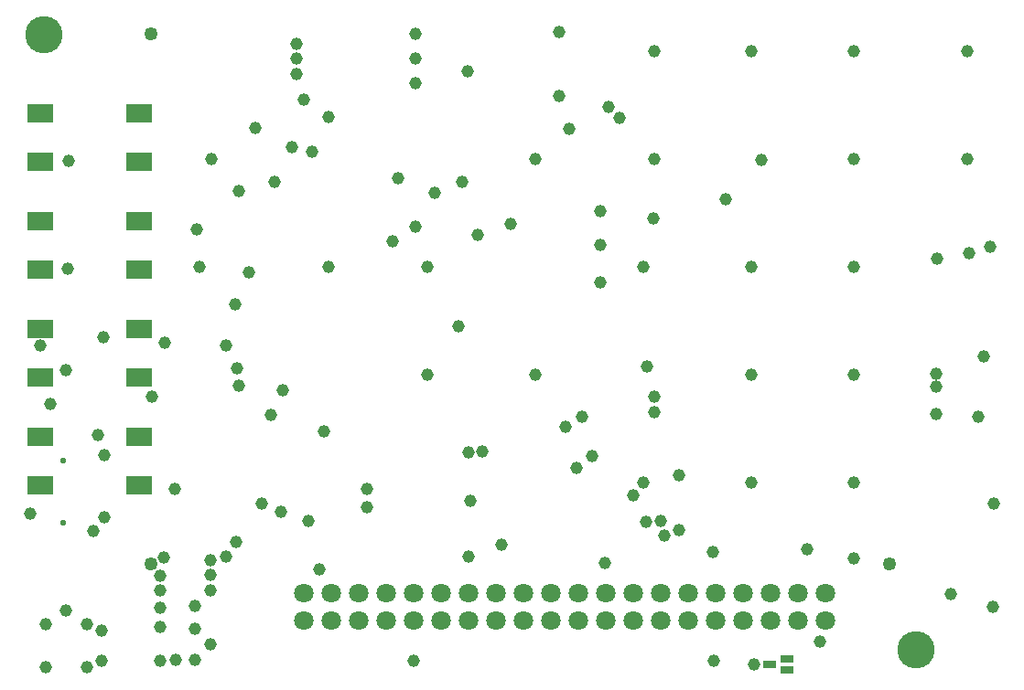
<source format=gbr>
G04 DesignSpark PCB PRO Gerber Version 10.0 Build 5299*
G04 #@! TF.Part,Single*
G04 #@! TF.FileFunction,Soldermask,Top*
G04 #@! TF.FilePolarity,Negative*
%FSLAX35Y35*%
%MOIN*%
G04 #@! TA.AperFunction,ComponentPad*
%ADD29C,0.02280*%
G04 #@! TA.AperFunction,ViaPad*
%ADD10C,0.04543*%
G04 #@! TA.AperFunction,WasherPad*
%ADD11C,0.04937*%
G04 #@! TA.AperFunction,ComponentPad*
%ADD13C,0.07102*%
G04 #@! TA.AperFunction,WasherPad*
%ADD12C,0.13598*%
G04 #@! TA.AperFunction,SMDPad,CuDef*
%ADD120R,0.04543X0.02575*%
%ADD119R,0.09268X0.06512*%
G04 #@! TD.AperFunction*
X0Y0D02*
D02*
D10*
X17035Y67717D03*
X20579Y129134D03*
X22547Y11811D03*
Y27559D03*
X24122Y107874D03*
X30028Y32677D03*
Y120079D03*
X30421Y157087D03*
X30815Y196457D03*
X37508Y11811D03*
Y27559D03*
X39870Y61417D03*
X41445Y96457D03*
X43020Y14173D03*
Y25197D03*
X43413Y132283D03*
X43807Y66535D03*
Y89370D03*
X61130Y110630D03*
X64279Y14173D03*
Y26378D03*
Y33465D03*
Y39764D03*
Y45276D03*
X65460Y51969D03*
X65854Y130315D03*
X69398Y76772D03*
X69791Y14567D03*
X76878D03*
Y25984D03*
Y34252D03*
X77665Y171654D03*
X78496Y157874D03*
X82389Y20079D03*
Y39764D03*
Y45669D03*
Y50788D03*
X82783Y197244D03*
X88295Y52363D03*
X88295Y129134D03*
X91445Y144094D03*
X91838Y57481D03*
X92232Y120866D03*
X93020Y114567D03*
Y185433D03*
X96563Y155906D03*
X98969Y208661D03*
X101287Y71654D03*
X104394Y103937D03*
X106012Y188976D03*
X108374Y68504D03*
X108768Y112992D03*
X112311Y201575D03*
X113885Y228347D03*
Y233859D03*
Y239370D03*
X116642Y218898D03*
X118216Y65355D03*
X119398Y200000D03*
X122153Y47638D03*
X123728Y98031D03*
X125697Y157874D03*
Y212598D03*
X139476Y70079D03*
Y76772D03*
X148925Y167323D03*
X150894Y190157D03*
X156405Y14174D03*
X157193Y172441D03*
Y224803D03*
Y233858D03*
Y242913D03*
X161524Y118504D03*
Y157874D03*
X164280Y185039D03*
X172941Y136221D03*
X174122Y188976D03*
X176091Y229134D03*
X176484Y52363D03*
Y90158D03*
X177271Y72441D03*
X180028Y169685D03*
X181602Y90551D03*
X188689Y56693D03*
X191839Y173622D03*
X200894Y118504D03*
Y197244D03*
X209555Y220079D03*
Y243701D03*
X211720Y99607D03*
X213098Y208268D03*
X215854Y84646D03*
X217823Y103150D03*
X221563Y88976D03*
X224516Y152362D03*
Y165748D03*
Y178346D03*
X226090Y50000D03*
X227665Y216142D03*
X231602Y212205D03*
X236618Y74410D03*
X240264Y79134D03*
Y157874D03*
X241051Y64961D03*
X241445Y121654D03*
X243807Y175591D03*
X244201Y104724D03*
Y110630D03*
Y197244D03*
Y236614D03*
X246563Y65355D03*
X247744Y59843D03*
X253256Y61811D03*
Y81890D03*
X265460Y53937D03*
X265854Y14174D03*
X270185Y182678D03*
X279634Y79134D03*
Y118504D03*
Y157874D03*
Y236614D03*
X280421Y12993D03*
X283177Y196851D03*
X299712Y54725D03*
X304437Y21260D03*
X317035Y51575D03*
X317035Y79134D03*
Y118504D03*
Y157874D03*
Y197244D03*
Y236614D03*
X346957Y104331D03*
Y114173D03*
Y118898D03*
X347350Y161024D03*
X352075Y38583D03*
X358374Y197244D03*
Y236614D03*
X358768Y162992D03*
X362311Y103150D03*
X364280Y125197D03*
X366642Y165354D03*
X367429Y33858D03*
X367823Y71654D03*
D02*
D11*
X60933Y49409D03*
X60933Y242717D03*
X329831Y49409D03*
D02*
D12*
X21759Y242520D03*
X339476Y18110D03*
D02*
D13*
X116618Y28859D03*
Y38859D03*
X126618Y28859D03*
Y38859D03*
X136618Y28859D03*
Y38859D03*
X146618Y28859D03*
Y38859D03*
X156618Y28859D03*
Y38859D03*
X166618Y28859D03*
Y38859D03*
X176618Y28859D03*
Y38859D03*
X186618Y28859D03*
Y38859D03*
X196618Y28859D03*
Y38859D03*
X206618Y28859D03*
Y38859D03*
X216618Y28859D03*
Y38859D03*
X226618Y28859D03*
Y38859D03*
X236618Y28859D03*
Y38859D03*
X246618Y28859D03*
Y38859D03*
X256618Y28859D03*
Y38859D03*
X266618Y28859D03*
Y38859D03*
X276618Y28859D03*
Y38859D03*
X286618Y28859D03*
Y38859D03*
X296618Y28859D03*
Y38859D03*
X306618Y28859D03*
Y38859D03*
D02*
D29*
X28858Y64606D03*
Y87362D03*
D02*
D119*
X20677Y78150D03*
Y95866D03*
Y117520D03*
Y135236D03*
Y156890D03*
Y174606D03*
Y196260D03*
Y213976D03*
X56504Y78150D03*
Y95866D03*
Y117520D03*
Y135236D03*
Y156890D03*
Y174606D03*
Y196260D03*
Y213976D03*
D02*
D120*
X286326Y12993D03*
X292626Y11024D03*
Y14961D03*
X0Y0D02*
M02*

</source>
